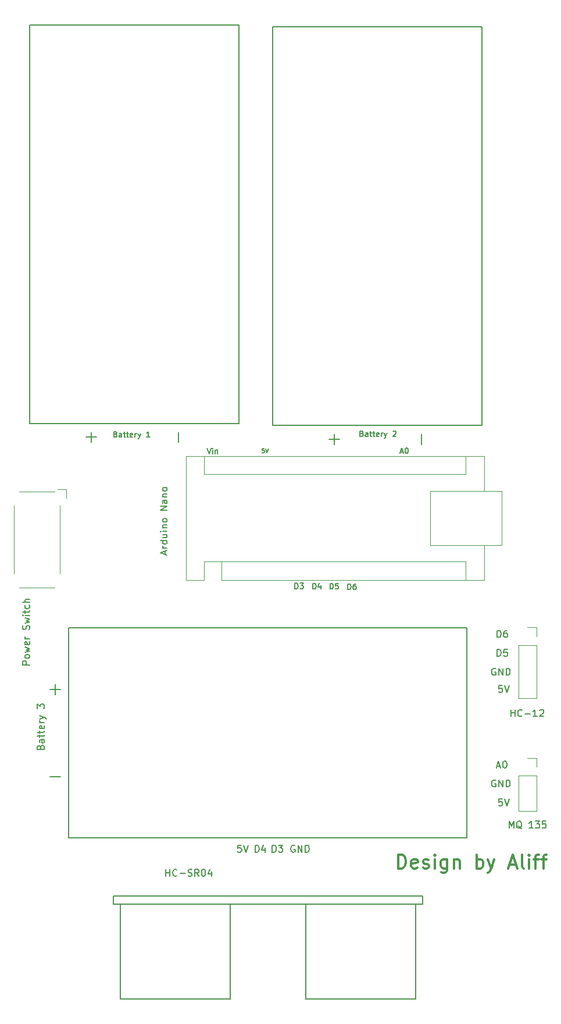
<source format=gto>
%TF.GenerationSoftware,KiCad,Pcbnew,7.0.10*%
%TF.CreationDate,2024-05-29T17:31:35+08:00*%
%TF.ProjectId,toilet_monitoring_unit,746f696c-6574-45f6-9d6f-6e69746f7269,rev?*%
%TF.SameCoordinates,Original*%
%TF.FileFunction,Legend,Top*%
%TF.FilePolarity,Positive*%
%FSLAX46Y46*%
G04 Gerber Fmt 4.6, Leading zero omitted, Abs format (unit mm)*
G04 Created by KiCad (PCBNEW 7.0.10) date 2024-05-29 17:31:35*
%MOMM*%
%LPD*%
G01*
G04 APERTURE LIST*
%ADD10C,0.150000*%
%ADD11C,0.300000*%
%ADD12C,0.120000*%
%ADD13C,0.127000*%
G04 APERTURE END LIST*
D10*
X126880826Y-95450247D02*
X126995112Y-95488342D01*
X126995112Y-95488342D02*
X127033207Y-95526438D01*
X127033207Y-95526438D02*
X127071303Y-95602628D01*
X127071303Y-95602628D02*
X127071303Y-95716914D01*
X127071303Y-95716914D02*
X127033207Y-95793104D01*
X127033207Y-95793104D02*
X126995112Y-95831200D01*
X126995112Y-95831200D02*
X126918922Y-95869295D01*
X126918922Y-95869295D02*
X126614160Y-95869295D01*
X126614160Y-95869295D02*
X126614160Y-95069295D01*
X126614160Y-95069295D02*
X126880826Y-95069295D01*
X126880826Y-95069295D02*
X126957017Y-95107390D01*
X126957017Y-95107390D02*
X126995112Y-95145485D01*
X126995112Y-95145485D02*
X127033207Y-95221676D01*
X127033207Y-95221676D02*
X127033207Y-95297866D01*
X127033207Y-95297866D02*
X126995112Y-95374057D01*
X126995112Y-95374057D02*
X126957017Y-95412152D01*
X126957017Y-95412152D02*
X126880826Y-95450247D01*
X126880826Y-95450247D02*
X126614160Y-95450247D01*
X127757017Y-95869295D02*
X127757017Y-95450247D01*
X127757017Y-95450247D02*
X127718922Y-95374057D01*
X127718922Y-95374057D02*
X127642731Y-95335961D01*
X127642731Y-95335961D02*
X127490350Y-95335961D01*
X127490350Y-95335961D02*
X127414160Y-95374057D01*
X127757017Y-95831200D02*
X127680826Y-95869295D01*
X127680826Y-95869295D02*
X127490350Y-95869295D01*
X127490350Y-95869295D02*
X127414160Y-95831200D01*
X127414160Y-95831200D02*
X127376064Y-95755009D01*
X127376064Y-95755009D02*
X127376064Y-95678819D01*
X127376064Y-95678819D02*
X127414160Y-95602628D01*
X127414160Y-95602628D02*
X127490350Y-95564533D01*
X127490350Y-95564533D02*
X127680826Y-95564533D01*
X127680826Y-95564533D02*
X127757017Y-95526438D01*
X128023684Y-95335961D02*
X128328446Y-95335961D01*
X128137970Y-95069295D02*
X128137970Y-95755009D01*
X128137970Y-95755009D02*
X128176065Y-95831200D01*
X128176065Y-95831200D02*
X128252255Y-95869295D01*
X128252255Y-95869295D02*
X128328446Y-95869295D01*
X128480827Y-95335961D02*
X128785589Y-95335961D01*
X128595113Y-95069295D02*
X128595113Y-95755009D01*
X128595113Y-95755009D02*
X128633208Y-95831200D01*
X128633208Y-95831200D02*
X128709398Y-95869295D01*
X128709398Y-95869295D02*
X128785589Y-95869295D01*
X129357018Y-95831200D02*
X129280827Y-95869295D01*
X129280827Y-95869295D02*
X129128446Y-95869295D01*
X129128446Y-95869295D02*
X129052256Y-95831200D01*
X129052256Y-95831200D02*
X129014160Y-95755009D01*
X129014160Y-95755009D02*
X129014160Y-95450247D01*
X129014160Y-95450247D02*
X129052256Y-95374057D01*
X129052256Y-95374057D02*
X129128446Y-95335961D01*
X129128446Y-95335961D02*
X129280827Y-95335961D01*
X129280827Y-95335961D02*
X129357018Y-95374057D01*
X129357018Y-95374057D02*
X129395113Y-95450247D01*
X129395113Y-95450247D02*
X129395113Y-95526438D01*
X129395113Y-95526438D02*
X129014160Y-95602628D01*
X129737970Y-95869295D02*
X129737970Y-95335961D01*
X129737970Y-95488342D02*
X129776065Y-95412152D01*
X129776065Y-95412152D02*
X129814160Y-95374057D01*
X129814160Y-95374057D02*
X129890351Y-95335961D01*
X129890351Y-95335961D02*
X129966541Y-95335961D01*
X130157017Y-95335961D02*
X130347493Y-95869295D01*
X130537970Y-95335961D02*
X130347493Y-95869295D01*
X130347493Y-95869295D02*
X130271303Y-96059771D01*
X130271303Y-96059771D02*
X130233208Y-96097866D01*
X130233208Y-96097866D02*
X130157017Y-96135961D01*
X131414160Y-95145485D02*
X131452256Y-95107390D01*
X131452256Y-95107390D02*
X131528446Y-95069295D01*
X131528446Y-95069295D02*
X131718922Y-95069295D01*
X131718922Y-95069295D02*
X131795113Y-95107390D01*
X131795113Y-95107390D02*
X131833208Y-95145485D01*
X131833208Y-95145485D02*
X131871303Y-95221676D01*
X131871303Y-95221676D02*
X131871303Y-95297866D01*
X131871303Y-95297866D02*
X131833208Y-95412152D01*
X131833208Y-95412152D02*
X131376065Y-95869295D01*
X131376065Y-95869295D02*
X131871303Y-95869295D01*
X112652255Y-97643771D02*
X112366541Y-97643771D01*
X112366541Y-97643771D02*
X112337969Y-97929485D01*
X112337969Y-97929485D02*
X112366541Y-97900914D01*
X112366541Y-97900914D02*
X112423684Y-97872342D01*
X112423684Y-97872342D02*
X112566541Y-97872342D01*
X112566541Y-97872342D02*
X112623684Y-97900914D01*
X112623684Y-97900914D02*
X112652255Y-97929485D01*
X112652255Y-97929485D02*
X112680826Y-97986628D01*
X112680826Y-97986628D02*
X112680826Y-98129485D01*
X112680826Y-98129485D02*
X112652255Y-98186628D01*
X112652255Y-98186628D02*
X112623684Y-98215200D01*
X112623684Y-98215200D02*
X112566541Y-98243771D01*
X112566541Y-98243771D02*
X112423684Y-98243771D01*
X112423684Y-98243771D02*
X112366541Y-98215200D01*
X112366541Y-98215200D02*
X112337969Y-98186628D01*
X112852255Y-97643771D02*
X113052255Y-98243771D01*
X113052255Y-98243771D02*
X113252255Y-97643771D01*
X91005826Y-95550247D02*
X91120112Y-95588342D01*
X91120112Y-95588342D02*
X91158207Y-95626438D01*
X91158207Y-95626438D02*
X91196303Y-95702628D01*
X91196303Y-95702628D02*
X91196303Y-95816914D01*
X91196303Y-95816914D02*
X91158207Y-95893104D01*
X91158207Y-95893104D02*
X91120112Y-95931200D01*
X91120112Y-95931200D02*
X91043922Y-95969295D01*
X91043922Y-95969295D02*
X90739160Y-95969295D01*
X90739160Y-95969295D02*
X90739160Y-95169295D01*
X90739160Y-95169295D02*
X91005826Y-95169295D01*
X91005826Y-95169295D02*
X91082017Y-95207390D01*
X91082017Y-95207390D02*
X91120112Y-95245485D01*
X91120112Y-95245485D02*
X91158207Y-95321676D01*
X91158207Y-95321676D02*
X91158207Y-95397866D01*
X91158207Y-95397866D02*
X91120112Y-95474057D01*
X91120112Y-95474057D02*
X91082017Y-95512152D01*
X91082017Y-95512152D02*
X91005826Y-95550247D01*
X91005826Y-95550247D02*
X90739160Y-95550247D01*
X91882017Y-95969295D02*
X91882017Y-95550247D01*
X91882017Y-95550247D02*
X91843922Y-95474057D01*
X91843922Y-95474057D02*
X91767731Y-95435961D01*
X91767731Y-95435961D02*
X91615350Y-95435961D01*
X91615350Y-95435961D02*
X91539160Y-95474057D01*
X91882017Y-95931200D02*
X91805826Y-95969295D01*
X91805826Y-95969295D02*
X91615350Y-95969295D01*
X91615350Y-95969295D02*
X91539160Y-95931200D01*
X91539160Y-95931200D02*
X91501064Y-95855009D01*
X91501064Y-95855009D02*
X91501064Y-95778819D01*
X91501064Y-95778819D02*
X91539160Y-95702628D01*
X91539160Y-95702628D02*
X91615350Y-95664533D01*
X91615350Y-95664533D02*
X91805826Y-95664533D01*
X91805826Y-95664533D02*
X91882017Y-95626438D01*
X92148684Y-95435961D02*
X92453446Y-95435961D01*
X92262970Y-95169295D02*
X92262970Y-95855009D01*
X92262970Y-95855009D02*
X92301065Y-95931200D01*
X92301065Y-95931200D02*
X92377255Y-95969295D01*
X92377255Y-95969295D02*
X92453446Y-95969295D01*
X92605827Y-95435961D02*
X92910589Y-95435961D01*
X92720113Y-95169295D02*
X92720113Y-95855009D01*
X92720113Y-95855009D02*
X92758208Y-95931200D01*
X92758208Y-95931200D02*
X92834398Y-95969295D01*
X92834398Y-95969295D02*
X92910589Y-95969295D01*
X93482018Y-95931200D02*
X93405827Y-95969295D01*
X93405827Y-95969295D02*
X93253446Y-95969295D01*
X93253446Y-95969295D02*
X93177256Y-95931200D01*
X93177256Y-95931200D02*
X93139160Y-95855009D01*
X93139160Y-95855009D02*
X93139160Y-95550247D01*
X93139160Y-95550247D02*
X93177256Y-95474057D01*
X93177256Y-95474057D02*
X93253446Y-95435961D01*
X93253446Y-95435961D02*
X93405827Y-95435961D01*
X93405827Y-95435961D02*
X93482018Y-95474057D01*
X93482018Y-95474057D02*
X93520113Y-95550247D01*
X93520113Y-95550247D02*
X93520113Y-95626438D01*
X93520113Y-95626438D02*
X93139160Y-95702628D01*
X93862970Y-95969295D02*
X93862970Y-95435961D01*
X93862970Y-95588342D02*
X93901065Y-95512152D01*
X93901065Y-95512152D02*
X93939160Y-95474057D01*
X93939160Y-95474057D02*
X94015351Y-95435961D01*
X94015351Y-95435961D02*
X94091541Y-95435961D01*
X94282017Y-95435961D02*
X94472493Y-95969295D01*
X94662970Y-95435961D02*
X94472493Y-95969295D01*
X94472493Y-95969295D02*
X94396303Y-96159771D01*
X94396303Y-96159771D02*
X94358208Y-96197866D01*
X94358208Y-96197866D02*
X94282017Y-96235961D01*
X95996303Y-95969295D02*
X95539160Y-95969295D01*
X95767732Y-95969295D02*
X95767732Y-95169295D01*
X95767732Y-95169295D02*
X95691541Y-95283580D01*
X95691541Y-95283580D02*
X95615351Y-95359771D01*
X95615351Y-95359771D02*
X95539160Y-95397866D01*
X98234104Y-113010839D02*
X98234104Y-112534649D01*
X98519819Y-113106077D02*
X97519819Y-112772744D01*
X97519819Y-112772744D02*
X98519819Y-112439411D01*
X98519819Y-112106077D02*
X97853152Y-112106077D01*
X98043628Y-112106077D02*
X97948390Y-112058458D01*
X97948390Y-112058458D02*
X97900771Y-112010839D01*
X97900771Y-112010839D02*
X97853152Y-111915601D01*
X97853152Y-111915601D02*
X97853152Y-111820363D01*
X98519819Y-111058458D02*
X97519819Y-111058458D01*
X98472200Y-111058458D02*
X98519819Y-111153696D01*
X98519819Y-111153696D02*
X98519819Y-111344172D01*
X98519819Y-111344172D02*
X98472200Y-111439410D01*
X98472200Y-111439410D02*
X98424580Y-111487029D01*
X98424580Y-111487029D02*
X98329342Y-111534648D01*
X98329342Y-111534648D02*
X98043628Y-111534648D01*
X98043628Y-111534648D02*
X97948390Y-111487029D01*
X97948390Y-111487029D02*
X97900771Y-111439410D01*
X97900771Y-111439410D02*
X97853152Y-111344172D01*
X97853152Y-111344172D02*
X97853152Y-111153696D01*
X97853152Y-111153696D02*
X97900771Y-111058458D01*
X97853152Y-110153696D02*
X98519819Y-110153696D01*
X97853152Y-110582267D02*
X98376961Y-110582267D01*
X98376961Y-110582267D02*
X98472200Y-110534648D01*
X98472200Y-110534648D02*
X98519819Y-110439410D01*
X98519819Y-110439410D02*
X98519819Y-110296553D01*
X98519819Y-110296553D02*
X98472200Y-110201315D01*
X98472200Y-110201315D02*
X98424580Y-110153696D01*
X98519819Y-109677505D02*
X97853152Y-109677505D01*
X97519819Y-109677505D02*
X97567438Y-109725124D01*
X97567438Y-109725124D02*
X97615057Y-109677505D01*
X97615057Y-109677505D02*
X97567438Y-109629886D01*
X97567438Y-109629886D02*
X97519819Y-109677505D01*
X97519819Y-109677505D02*
X97615057Y-109677505D01*
X97853152Y-109201315D02*
X98519819Y-109201315D01*
X97948390Y-109201315D02*
X97900771Y-109153696D01*
X97900771Y-109153696D02*
X97853152Y-109058458D01*
X97853152Y-109058458D02*
X97853152Y-108915601D01*
X97853152Y-108915601D02*
X97900771Y-108820363D01*
X97900771Y-108820363D02*
X97996009Y-108772744D01*
X97996009Y-108772744D02*
X98519819Y-108772744D01*
X98519819Y-108153696D02*
X98472200Y-108248934D01*
X98472200Y-108248934D02*
X98424580Y-108296553D01*
X98424580Y-108296553D02*
X98329342Y-108344172D01*
X98329342Y-108344172D02*
X98043628Y-108344172D01*
X98043628Y-108344172D02*
X97948390Y-108296553D01*
X97948390Y-108296553D02*
X97900771Y-108248934D01*
X97900771Y-108248934D02*
X97853152Y-108153696D01*
X97853152Y-108153696D02*
X97853152Y-108010839D01*
X97853152Y-108010839D02*
X97900771Y-107915601D01*
X97900771Y-107915601D02*
X97948390Y-107867982D01*
X97948390Y-107867982D02*
X98043628Y-107820363D01*
X98043628Y-107820363D02*
X98329342Y-107820363D01*
X98329342Y-107820363D02*
X98424580Y-107867982D01*
X98424580Y-107867982D02*
X98472200Y-107915601D01*
X98472200Y-107915601D02*
X98519819Y-108010839D01*
X98519819Y-108010839D02*
X98519819Y-108153696D01*
X98519819Y-106629886D02*
X97519819Y-106629886D01*
X97519819Y-106629886D02*
X98519819Y-106058458D01*
X98519819Y-106058458D02*
X97519819Y-106058458D01*
X98519819Y-105153696D02*
X97996009Y-105153696D01*
X97996009Y-105153696D02*
X97900771Y-105201315D01*
X97900771Y-105201315D02*
X97853152Y-105296553D01*
X97853152Y-105296553D02*
X97853152Y-105487029D01*
X97853152Y-105487029D02*
X97900771Y-105582267D01*
X98472200Y-105153696D02*
X98519819Y-105248934D01*
X98519819Y-105248934D02*
X98519819Y-105487029D01*
X98519819Y-105487029D02*
X98472200Y-105582267D01*
X98472200Y-105582267D02*
X98376961Y-105629886D01*
X98376961Y-105629886D02*
X98281723Y-105629886D01*
X98281723Y-105629886D02*
X98186485Y-105582267D01*
X98186485Y-105582267D02*
X98138866Y-105487029D01*
X98138866Y-105487029D02*
X98138866Y-105248934D01*
X98138866Y-105248934D02*
X98091247Y-105153696D01*
X97853152Y-104677505D02*
X98519819Y-104677505D01*
X97948390Y-104677505D02*
X97900771Y-104629886D01*
X97900771Y-104629886D02*
X97853152Y-104534648D01*
X97853152Y-104534648D02*
X97853152Y-104391791D01*
X97853152Y-104391791D02*
X97900771Y-104296553D01*
X97900771Y-104296553D02*
X97996009Y-104248934D01*
X97996009Y-104248934D02*
X98519819Y-104248934D01*
X98519819Y-103629886D02*
X98472200Y-103725124D01*
X98472200Y-103725124D02*
X98424580Y-103772743D01*
X98424580Y-103772743D02*
X98329342Y-103820362D01*
X98329342Y-103820362D02*
X98043628Y-103820362D01*
X98043628Y-103820362D02*
X97948390Y-103772743D01*
X97948390Y-103772743D02*
X97900771Y-103725124D01*
X97900771Y-103725124D02*
X97853152Y-103629886D01*
X97853152Y-103629886D02*
X97853152Y-103487029D01*
X97853152Y-103487029D02*
X97900771Y-103391791D01*
X97900771Y-103391791D02*
X97948390Y-103344172D01*
X97948390Y-103344172D02*
X98043628Y-103296553D01*
X98043628Y-103296553D02*
X98329342Y-103296553D01*
X98329342Y-103296553D02*
X98424580Y-103344172D01*
X98424580Y-103344172D02*
X98472200Y-103391791D01*
X98472200Y-103391791D02*
X98519819Y-103487029D01*
X98519819Y-103487029D02*
X98519819Y-103629886D01*
X146586779Y-125119819D02*
X146586779Y-124119819D01*
X146586779Y-124119819D02*
X146824874Y-124119819D01*
X146824874Y-124119819D02*
X146967731Y-124167438D01*
X146967731Y-124167438D02*
X147062969Y-124262676D01*
X147062969Y-124262676D02*
X147110588Y-124357914D01*
X147110588Y-124357914D02*
X147158207Y-124548390D01*
X147158207Y-124548390D02*
X147158207Y-124691247D01*
X147158207Y-124691247D02*
X147110588Y-124881723D01*
X147110588Y-124881723D02*
X147062969Y-124976961D01*
X147062969Y-124976961D02*
X146967731Y-125072200D01*
X146967731Y-125072200D02*
X146824874Y-125119819D01*
X146824874Y-125119819D02*
X146586779Y-125119819D01*
X148015350Y-124119819D02*
X147824874Y-124119819D01*
X147824874Y-124119819D02*
X147729636Y-124167438D01*
X147729636Y-124167438D02*
X147682017Y-124215057D01*
X147682017Y-124215057D02*
X147586779Y-124357914D01*
X147586779Y-124357914D02*
X147539160Y-124548390D01*
X147539160Y-124548390D02*
X147539160Y-124929342D01*
X147539160Y-124929342D02*
X147586779Y-125024580D01*
X147586779Y-125024580D02*
X147634398Y-125072200D01*
X147634398Y-125072200D02*
X147729636Y-125119819D01*
X147729636Y-125119819D02*
X147920112Y-125119819D01*
X147920112Y-125119819D02*
X148015350Y-125072200D01*
X148015350Y-125072200D02*
X148062969Y-125024580D01*
X148062969Y-125024580D02*
X148110588Y-124929342D01*
X148110588Y-124929342D02*
X148110588Y-124691247D01*
X148110588Y-124691247D02*
X148062969Y-124596009D01*
X148062969Y-124596009D02*
X148015350Y-124548390D01*
X148015350Y-124548390D02*
X147920112Y-124500771D01*
X147920112Y-124500771D02*
X147729636Y-124500771D01*
X147729636Y-124500771D02*
X147634398Y-124548390D01*
X147634398Y-124548390D02*
X147586779Y-124596009D01*
X147586779Y-124596009D02*
X147539160Y-124691247D01*
D11*
X132173558Y-158739638D02*
X132173558Y-156739638D01*
X132173558Y-156739638D02*
X132649748Y-156739638D01*
X132649748Y-156739638D02*
X132935463Y-156834876D01*
X132935463Y-156834876D02*
X133125939Y-157025352D01*
X133125939Y-157025352D02*
X133221177Y-157215828D01*
X133221177Y-157215828D02*
X133316415Y-157596780D01*
X133316415Y-157596780D02*
X133316415Y-157882495D01*
X133316415Y-157882495D02*
X133221177Y-158263447D01*
X133221177Y-158263447D02*
X133125939Y-158453923D01*
X133125939Y-158453923D02*
X132935463Y-158644400D01*
X132935463Y-158644400D02*
X132649748Y-158739638D01*
X132649748Y-158739638D02*
X132173558Y-158739638D01*
X134935463Y-158644400D02*
X134744987Y-158739638D01*
X134744987Y-158739638D02*
X134364034Y-158739638D01*
X134364034Y-158739638D02*
X134173558Y-158644400D01*
X134173558Y-158644400D02*
X134078320Y-158453923D01*
X134078320Y-158453923D02*
X134078320Y-157692019D01*
X134078320Y-157692019D02*
X134173558Y-157501542D01*
X134173558Y-157501542D02*
X134364034Y-157406304D01*
X134364034Y-157406304D02*
X134744987Y-157406304D01*
X134744987Y-157406304D02*
X134935463Y-157501542D01*
X134935463Y-157501542D02*
X135030701Y-157692019D01*
X135030701Y-157692019D02*
X135030701Y-157882495D01*
X135030701Y-157882495D02*
X134078320Y-158072971D01*
X135792606Y-158644400D02*
X135983082Y-158739638D01*
X135983082Y-158739638D02*
X136364034Y-158739638D01*
X136364034Y-158739638D02*
X136554511Y-158644400D01*
X136554511Y-158644400D02*
X136649749Y-158453923D01*
X136649749Y-158453923D02*
X136649749Y-158358685D01*
X136649749Y-158358685D02*
X136554511Y-158168209D01*
X136554511Y-158168209D02*
X136364034Y-158072971D01*
X136364034Y-158072971D02*
X136078320Y-158072971D01*
X136078320Y-158072971D02*
X135887844Y-157977733D01*
X135887844Y-157977733D02*
X135792606Y-157787257D01*
X135792606Y-157787257D02*
X135792606Y-157692019D01*
X135792606Y-157692019D02*
X135887844Y-157501542D01*
X135887844Y-157501542D02*
X136078320Y-157406304D01*
X136078320Y-157406304D02*
X136364034Y-157406304D01*
X136364034Y-157406304D02*
X136554511Y-157501542D01*
X137506892Y-158739638D02*
X137506892Y-157406304D01*
X137506892Y-156739638D02*
X137411654Y-156834876D01*
X137411654Y-156834876D02*
X137506892Y-156930114D01*
X137506892Y-156930114D02*
X137602130Y-156834876D01*
X137602130Y-156834876D02*
X137506892Y-156739638D01*
X137506892Y-156739638D02*
X137506892Y-156930114D01*
X139316416Y-157406304D02*
X139316416Y-159025352D01*
X139316416Y-159025352D02*
X139221178Y-159215828D01*
X139221178Y-159215828D02*
X139125940Y-159311066D01*
X139125940Y-159311066D02*
X138935463Y-159406304D01*
X138935463Y-159406304D02*
X138649749Y-159406304D01*
X138649749Y-159406304D02*
X138459273Y-159311066D01*
X139316416Y-158644400D02*
X139125940Y-158739638D01*
X139125940Y-158739638D02*
X138744987Y-158739638D01*
X138744987Y-158739638D02*
X138554511Y-158644400D01*
X138554511Y-158644400D02*
X138459273Y-158549161D01*
X138459273Y-158549161D02*
X138364035Y-158358685D01*
X138364035Y-158358685D02*
X138364035Y-157787257D01*
X138364035Y-157787257D02*
X138459273Y-157596780D01*
X138459273Y-157596780D02*
X138554511Y-157501542D01*
X138554511Y-157501542D02*
X138744987Y-157406304D01*
X138744987Y-157406304D02*
X139125940Y-157406304D01*
X139125940Y-157406304D02*
X139316416Y-157501542D01*
X140268797Y-157406304D02*
X140268797Y-158739638D01*
X140268797Y-157596780D02*
X140364035Y-157501542D01*
X140364035Y-157501542D02*
X140554511Y-157406304D01*
X140554511Y-157406304D02*
X140840226Y-157406304D01*
X140840226Y-157406304D02*
X141030702Y-157501542D01*
X141030702Y-157501542D02*
X141125940Y-157692019D01*
X141125940Y-157692019D02*
X141125940Y-158739638D01*
X143602131Y-158739638D02*
X143602131Y-156739638D01*
X143602131Y-157501542D02*
X143792607Y-157406304D01*
X143792607Y-157406304D02*
X144173560Y-157406304D01*
X144173560Y-157406304D02*
X144364036Y-157501542D01*
X144364036Y-157501542D02*
X144459274Y-157596780D01*
X144459274Y-157596780D02*
X144554512Y-157787257D01*
X144554512Y-157787257D02*
X144554512Y-158358685D01*
X144554512Y-158358685D02*
X144459274Y-158549161D01*
X144459274Y-158549161D02*
X144364036Y-158644400D01*
X144364036Y-158644400D02*
X144173560Y-158739638D01*
X144173560Y-158739638D02*
X143792607Y-158739638D01*
X143792607Y-158739638D02*
X143602131Y-158644400D01*
X145221179Y-157406304D02*
X145697369Y-158739638D01*
X146173560Y-157406304D02*
X145697369Y-158739638D01*
X145697369Y-158739638D02*
X145506893Y-159215828D01*
X145506893Y-159215828D02*
X145411655Y-159311066D01*
X145411655Y-159311066D02*
X145221179Y-159406304D01*
X148364037Y-158168209D02*
X149316418Y-158168209D01*
X148173561Y-158739638D02*
X148840227Y-156739638D01*
X148840227Y-156739638D02*
X149506894Y-158739638D01*
X150459275Y-158739638D02*
X150268799Y-158644400D01*
X150268799Y-158644400D02*
X150173561Y-158453923D01*
X150173561Y-158453923D02*
X150173561Y-156739638D01*
X151221180Y-158739638D02*
X151221180Y-157406304D01*
X151221180Y-156739638D02*
X151125942Y-156834876D01*
X151125942Y-156834876D02*
X151221180Y-156930114D01*
X151221180Y-156930114D02*
X151316418Y-156834876D01*
X151316418Y-156834876D02*
X151221180Y-156739638D01*
X151221180Y-156739638D02*
X151221180Y-156930114D01*
X151887847Y-157406304D02*
X152649751Y-157406304D01*
X152173561Y-158739638D02*
X152173561Y-157025352D01*
X152173561Y-157025352D02*
X152268799Y-156834876D01*
X152268799Y-156834876D02*
X152459275Y-156739638D01*
X152459275Y-156739638D02*
X152649751Y-156739638D01*
X153030704Y-157406304D02*
X153792608Y-157406304D01*
X153316418Y-158739638D02*
X153316418Y-157025352D01*
X153316418Y-157025352D02*
X153411656Y-156834876D01*
X153411656Y-156834876D02*
X153602132Y-156739638D01*
X153602132Y-156739638D02*
X153792608Y-156739638D01*
D10*
X146360588Y-129667438D02*
X146265350Y-129619819D01*
X146265350Y-129619819D02*
X146122493Y-129619819D01*
X146122493Y-129619819D02*
X145979636Y-129667438D01*
X145979636Y-129667438D02*
X145884398Y-129762676D01*
X145884398Y-129762676D02*
X145836779Y-129857914D01*
X145836779Y-129857914D02*
X145789160Y-130048390D01*
X145789160Y-130048390D02*
X145789160Y-130191247D01*
X145789160Y-130191247D02*
X145836779Y-130381723D01*
X145836779Y-130381723D02*
X145884398Y-130476961D01*
X145884398Y-130476961D02*
X145979636Y-130572200D01*
X145979636Y-130572200D02*
X146122493Y-130619819D01*
X146122493Y-130619819D02*
X146217731Y-130619819D01*
X146217731Y-130619819D02*
X146360588Y-130572200D01*
X146360588Y-130572200D02*
X146408207Y-130524580D01*
X146408207Y-130524580D02*
X146408207Y-130191247D01*
X146408207Y-130191247D02*
X146217731Y-130191247D01*
X146836779Y-130619819D02*
X146836779Y-129619819D01*
X146836779Y-129619819D02*
X147408207Y-130619819D01*
X147408207Y-130619819D02*
X147408207Y-129619819D01*
X147884398Y-130619819D02*
X147884398Y-129619819D01*
X147884398Y-129619819D02*
X148122493Y-129619819D01*
X148122493Y-129619819D02*
X148265350Y-129667438D01*
X148265350Y-129667438D02*
X148360588Y-129762676D01*
X148360588Y-129762676D02*
X148408207Y-129857914D01*
X148408207Y-129857914D02*
X148455826Y-130048390D01*
X148455826Y-130048390D02*
X148455826Y-130191247D01*
X148455826Y-130191247D02*
X148408207Y-130381723D01*
X148408207Y-130381723D02*
X148360588Y-130476961D01*
X148360588Y-130476961D02*
X148265350Y-130572200D01*
X148265350Y-130572200D02*
X148122493Y-130619819D01*
X148122493Y-130619819D02*
X147884398Y-130619819D01*
X146586779Y-127869819D02*
X146586779Y-126869819D01*
X146586779Y-126869819D02*
X146824874Y-126869819D01*
X146824874Y-126869819D02*
X146967731Y-126917438D01*
X146967731Y-126917438D02*
X147062969Y-127012676D01*
X147062969Y-127012676D02*
X147110588Y-127107914D01*
X147110588Y-127107914D02*
X147158207Y-127298390D01*
X147158207Y-127298390D02*
X147158207Y-127441247D01*
X147158207Y-127441247D02*
X147110588Y-127631723D01*
X147110588Y-127631723D02*
X147062969Y-127726961D01*
X147062969Y-127726961D02*
X146967731Y-127822200D01*
X146967731Y-127822200D02*
X146824874Y-127869819D01*
X146824874Y-127869819D02*
X146586779Y-127869819D01*
X148062969Y-126869819D02*
X147586779Y-126869819D01*
X147586779Y-126869819D02*
X147539160Y-127346009D01*
X147539160Y-127346009D02*
X147586779Y-127298390D01*
X147586779Y-127298390D02*
X147682017Y-127250771D01*
X147682017Y-127250771D02*
X147920112Y-127250771D01*
X147920112Y-127250771D02*
X148015350Y-127298390D01*
X148015350Y-127298390D02*
X148062969Y-127346009D01*
X148062969Y-127346009D02*
X148110588Y-127441247D01*
X148110588Y-127441247D02*
X148110588Y-127679342D01*
X148110588Y-127679342D02*
X148062969Y-127774580D01*
X148062969Y-127774580D02*
X148015350Y-127822200D01*
X148015350Y-127822200D02*
X147920112Y-127869819D01*
X147920112Y-127869819D02*
X147682017Y-127869819D01*
X147682017Y-127869819D02*
X147586779Y-127822200D01*
X147586779Y-127822200D02*
X147539160Y-127774580D01*
X117139160Y-118044295D02*
X117139160Y-117244295D01*
X117139160Y-117244295D02*
X117329636Y-117244295D01*
X117329636Y-117244295D02*
X117443922Y-117282390D01*
X117443922Y-117282390D02*
X117520112Y-117358580D01*
X117520112Y-117358580D02*
X117558207Y-117434771D01*
X117558207Y-117434771D02*
X117596303Y-117587152D01*
X117596303Y-117587152D02*
X117596303Y-117701438D01*
X117596303Y-117701438D02*
X117558207Y-117853819D01*
X117558207Y-117853819D02*
X117520112Y-117930009D01*
X117520112Y-117930009D02*
X117443922Y-118006200D01*
X117443922Y-118006200D02*
X117329636Y-118044295D01*
X117329636Y-118044295D02*
X117139160Y-118044295D01*
X117862969Y-117244295D02*
X118358207Y-117244295D01*
X118358207Y-117244295D02*
X118091541Y-117549057D01*
X118091541Y-117549057D02*
X118205826Y-117549057D01*
X118205826Y-117549057D02*
X118282017Y-117587152D01*
X118282017Y-117587152D02*
X118320112Y-117625247D01*
X118320112Y-117625247D02*
X118358207Y-117701438D01*
X118358207Y-117701438D02*
X118358207Y-117891914D01*
X118358207Y-117891914D02*
X118320112Y-117968104D01*
X118320112Y-117968104D02*
X118282017Y-118006200D01*
X118282017Y-118006200D02*
X118205826Y-118044295D01*
X118205826Y-118044295D02*
X117977255Y-118044295D01*
X117977255Y-118044295D02*
X117901064Y-118006200D01*
X117901064Y-118006200D02*
X117862969Y-117968104D01*
X146539160Y-143834104D02*
X147015350Y-143834104D01*
X146443922Y-144119819D02*
X146777255Y-143119819D01*
X146777255Y-143119819D02*
X147110588Y-144119819D01*
X147634398Y-143119819D02*
X147729636Y-143119819D01*
X147729636Y-143119819D02*
X147824874Y-143167438D01*
X147824874Y-143167438D02*
X147872493Y-143215057D01*
X147872493Y-143215057D02*
X147920112Y-143310295D01*
X147920112Y-143310295D02*
X147967731Y-143500771D01*
X147967731Y-143500771D02*
X147967731Y-143738866D01*
X147967731Y-143738866D02*
X147920112Y-143929342D01*
X147920112Y-143929342D02*
X147872493Y-144024580D01*
X147872493Y-144024580D02*
X147824874Y-144072200D01*
X147824874Y-144072200D02*
X147729636Y-144119819D01*
X147729636Y-144119819D02*
X147634398Y-144119819D01*
X147634398Y-144119819D02*
X147539160Y-144072200D01*
X147539160Y-144072200D02*
X147491541Y-144024580D01*
X147491541Y-144024580D02*
X147443922Y-143929342D01*
X147443922Y-143929342D02*
X147396303Y-143738866D01*
X147396303Y-143738866D02*
X147396303Y-143500771D01*
X147396303Y-143500771D02*
X147443922Y-143310295D01*
X147443922Y-143310295D02*
X147491541Y-143215057D01*
X147491541Y-143215057D02*
X147539160Y-143167438D01*
X147539160Y-143167438D02*
X147634398Y-143119819D01*
X119739160Y-118069295D02*
X119739160Y-117269295D01*
X119739160Y-117269295D02*
X119929636Y-117269295D01*
X119929636Y-117269295D02*
X120043922Y-117307390D01*
X120043922Y-117307390D02*
X120120112Y-117383580D01*
X120120112Y-117383580D02*
X120158207Y-117459771D01*
X120158207Y-117459771D02*
X120196303Y-117612152D01*
X120196303Y-117612152D02*
X120196303Y-117726438D01*
X120196303Y-117726438D02*
X120158207Y-117878819D01*
X120158207Y-117878819D02*
X120120112Y-117955009D01*
X120120112Y-117955009D02*
X120043922Y-118031200D01*
X120043922Y-118031200D02*
X119929636Y-118069295D01*
X119929636Y-118069295D02*
X119739160Y-118069295D01*
X120882017Y-117535961D02*
X120882017Y-118069295D01*
X120691541Y-117231200D02*
X120501064Y-117802628D01*
X120501064Y-117802628D02*
X120996303Y-117802628D01*
X109312969Y-155369819D02*
X108836779Y-155369819D01*
X108836779Y-155369819D02*
X108789160Y-155846009D01*
X108789160Y-155846009D02*
X108836779Y-155798390D01*
X108836779Y-155798390D02*
X108932017Y-155750771D01*
X108932017Y-155750771D02*
X109170112Y-155750771D01*
X109170112Y-155750771D02*
X109265350Y-155798390D01*
X109265350Y-155798390D02*
X109312969Y-155846009D01*
X109312969Y-155846009D02*
X109360588Y-155941247D01*
X109360588Y-155941247D02*
X109360588Y-156179342D01*
X109360588Y-156179342D02*
X109312969Y-156274580D01*
X109312969Y-156274580D02*
X109265350Y-156322200D01*
X109265350Y-156322200D02*
X109170112Y-156369819D01*
X109170112Y-156369819D02*
X108932017Y-156369819D01*
X108932017Y-156369819D02*
X108836779Y-156322200D01*
X108836779Y-156322200D02*
X108789160Y-156274580D01*
X109646303Y-155369819D02*
X109979636Y-156369819D01*
X109979636Y-156369819D02*
X110312969Y-155369819D01*
X80096009Y-141079887D02*
X80143628Y-140937030D01*
X80143628Y-140937030D02*
X80191247Y-140889411D01*
X80191247Y-140889411D02*
X80286485Y-140841792D01*
X80286485Y-140841792D02*
X80429342Y-140841792D01*
X80429342Y-140841792D02*
X80524580Y-140889411D01*
X80524580Y-140889411D02*
X80572200Y-140937030D01*
X80572200Y-140937030D02*
X80619819Y-141032268D01*
X80619819Y-141032268D02*
X80619819Y-141413220D01*
X80619819Y-141413220D02*
X79619819Y-141413220D01*
X79619819Y-141413220D02*
X79619819Y-141079887D01*
X79619819Y-141079887D02*
X79667438Y-140984649D01*
X79667438Y-140984649D02*
X79715057Y-140937030D01*
X79715057Y-140937030D02*
X79810295Y-140889411D01*
X79810295Y-140889411D02*
X79905533Y-140889411D01*
X79905533Y-140889411D02*
X80000771Y-140937030D01*
X80000771Y-140937030D02*
X80048390Y-140984649D01*
X80048390Y-140984649D02*
X80096009Y-141079887D01*
X80096009Y-141079887D02*
X80096009Y-141413220D01*
X80619819Y-139984649D02*
X80096009Y-139984649D01*
X80096009Y-139984649D02*
X80000771Y-140032268D01*
X80000771Y-140032268D02*
X79953152Y-140127506D01*
X79953152Y-140127506D02*
X79953152Y-140317982D01*
X79953152Y-140317982D02*
X80000771Y-140413220D01*
X80572200Y-139984649D02*
X80619819Y-140079887D01*
X80619819Y-140079887D02*
X80619819Y-140317982D01*
X80619819Y-140317982D02*
X80572200Y-140413220D01*
X80572200Y-140413220D02*
X80476961Y-140460839D01*
X80476961Y-140460839D02*
X80381723Y-140460839D01*
X80381723Y-140460839D02*
X80286485Y-140413220D01*
X80286485Y-140413220D02*
X80238866Y-140317982D01*
X80238866Y-140317982D02*
X80238866Y-140079887D01*
X80238866Y-140079887D02*
X80191247Y-139984649D01*
X79953152Y-139651315D02*
X79953152Y-139270363D01*
X79619819Y-139508458D02*
X80476961Y-139508458D01*
X80476961Y-139508458D02*
X80572200Y-139460839D01*
X80572200Y-139460839D02*
X80619819Y-139365601D01*
X80619819Y-139365601D02*
X80619819Y-139270363D01*
X79953152Y-139079886D02*
X79953152Y-138698934D01*
X79619819Y-138937029D02*
X80476961Y-138937029D01*
X80476961Y-138937029D02*
X80572200Y-138889410D01*
X80572200Y-138889410D02*
X80619819Y-138794172D01*
X80619819Y-138794172D02*
X80619819Y-138698934D01*
X80572200Y-137984648D02*
X80619819Y-138079886D01*
X80619819Y-138079886D02*
X80619819Y-138270362D01*
X80619819Y-138270362D02*
X80572200Y-138365600D01*
X80572200Y-138365600D02*
X80476961Y-138413219D01*
X80476961Y-138413219D02*
X80096009Y-138413219D01*
X80096009Y-138413219D02*
X80000771Y-138365600D01*
X80000771Y-138365600D02*
X79953152Y-138270362D01*
X79953152Y-138270362D02*
X79953152Y-138079886D01*
X79953152Y-138079886D02*
X80000771Y-137984648D01*
X80000771Y-137984648D02*
X80096009Y-137937029D01*
X80096009Y-137937029D02*
X80191247Y-137937029D01*
X80191247Y-137937029D02*
X80286485Y-138413219D01*
X80619819Y-137508457D02*
X79953152Y-137508457D01*
X80143628Y-137508457D02*
X80048390Y-137460838D01*
X80048390Y-137460838D02*
X80000771Y-137413219D01*
X80000771Y-137413219D02*
X79953152Y-137317981D01*
X79953152Y-137317981D02*
X79953152Y-137222743D01*
X79953152Y-136984647D02*
X80619819Y-136746552D01*
X79953152Y-136508457D02*
X80619819Y-136746552D01*
X80619819Y-136746552D02*
X80857914Y-136841790D01*
X80857914Y-136841790D02*
X80905533Y-136889409D01*
X80905533Y-136889409D02*
X80953152Y-136984647D01*
X79619819Y-135460837D02*
X79619819Y-134841790D01*
X79619819Y-134841790D02*
X80000771Y-135175123D01*
X80000771Y-135175123D02*
X80000771Y-135032266D01*
X80000771Y-135032266D02*
X80048390Y-134937028D01*
X80048390Y-134937028D02*
X80096009Y-134889409D01*
X80096009Y-134889409D02*
X80191247Y-134841790D01*
X80191247Y-134841790D02*
X80429342Y-134841790D01*
X80429342Y-134841790D02*
X80524580Y-134889409D01*
X80524580Y-134889409D02*
X80572200Y-134937028D01*
X80572200Y-134937028D02*
X80619819Y-135032266D01*
X80619819Y-135032266D02*
X80619819Y-135317980D01*
X80619819Y-135317980D02*
X80572200Y-135413218D01*
X80572200Y-135413218D02*
X80524580Y-135460837D01*
X111336779Y-156369819D02*
X111336779Y-155369819D01*
X111336779Y-155369819D02*
X111574874Y-155369819D01*
X111574874Y-155369819D02*
X111717731Y-155417438D01*
X111717731Y-155417438D02*
X111812969Y-155512676D01*
X111812969Y-155512676D02*
X111860588Y-155607914D01*
X111860588Y-155607914D02*
X111908207Y-155798390D01*
X111908207Y-155798390D02*
X111908207Y-155941247D01*
X111908207Y-155941247D02*
X111860588Y-156131723D01*
X111860588Y-156131723D02*
X111812969Y-156226961D01*
X111812969Y-156226961D02*
X111717731Y-156322200D01*
X111717731Y-156322200D02*
X111574874Y-156369819D01*
X111574874Y-156369819D02*
X111336779Y-156369819D01*
X112765350Y-155703152D02*
X112765350Y-156369819D01*
X112527255Y-155322200D02*
X112289160Y-156036485D01*
X112289160Y-156036485D02*
X112908207Y-156036485D01*
X117110588Y-155417438D02*
X117015350Y-155369819D01*
X117015350Y-155369819D02*
X116872493Y-155369819D01*
X116872493Y-155369819D02*
X116729636Y-155417438D01*
X116729636Y-155417438D02*
X116634398Y-155512676D01*
X116634398Y-155512676D02*
X116586779Y-155607914D01*
X116586779Y-155607914D02*
X116539160Y-155798390D01*
X116539160Y-155798390D02*
X116539160Y-155941247D01*
X116539160Y-155941247D02*
X116586779Y-156131723D01*
X116586779Y-156131723D02*
X116634398Y-156226961D01*
X116634398Y-156226961D02*
X116729636Y-156322200D01*
X116729636Y-156322200D02*
X116872493Y-156369819D01*
X116872493Y-156369819D02*
X116967731Y-156369819D01*
X116967731Y-156369819D02*
X117110588Y-156322200D01*
X117110588Y-156322200D02*
X117158207Y-156274580D01*
X117158207Y-156274580D02*
X117158207Y-155941247D01*
X117158207Y-155941247D02*
X116967731Y-155941247D01*
X117586779Y-156369819D02*
X117586779Y-155369819D01*
X117586779Y-155369819D02*
X118158207Y-156369819D01*
X118158207Y-156369819D02*
X118158207Y-155369819D01*
X118634398Y-156369819D02*
X118634398Y-155369819D01*
X118634398Y-155369819D02*
X118872493Y-155369819D01*
X118872493Y-155369819D02*
X119015350Y-155417438D01*
X119015350Y-155417438D02*
X119110588Y-155512676D01*
X119110588Y-155512676D02*
X119158207Y-155607914D01*
X119158207Y-155607914D02*
X119205826Y-155798390D01*
X119205826Y-155798390D02*
X119205826Y-155941247D01*
X119205826Y-155941247D02*
X119158207Y-156131723D01*
X119158207Y-156131723D02*
X119110588Y-156226961D01*
X119110588Y-156226961D02*
X119015350Y-156322200D01*
X119015350Y-156322200D02*
X118872493Y-156369819D01*
X118872493Y-156369819D02*
X118634398Y-156369819D01*
X147312969Y-148619819D02*
X146836779Y-148619819D01*
X146836779Y-148619819D02*
X146789160Y-149096009D01*
X146789160Y-149096009D02*
X146836779Y-149048390D01*
X146836779Y-149048390D02*
X146932017Y-149000771D01*
X146932017Y-149000771D02*
X147170112Y-149000771D01*
X147170112Y-149000771D02*
X147265350Y-149048390D01*
X147265350Y-149048390D02*
X147312969Y-149096009D01*
X147312969Y-149096009D02*
X147360588Y-149191247D01*
X147360588Y-149191247D02*
X147360588Y-149429342D01*
X147360588Y-149429342D02*
X147312969Y-149524580D01*
X147312969Y-149524580D02*
X147265350Y-149572200D01*
X147265350Y-149572200D02*
X147170112Y-149619819D01*
X147170112Y-149619819D02*
X146932017Y-149619819D01*
X146932017Y-149619819D02*
X146836779Y-149572200D01*
X146836779Y-149572200D02*
X146789160Y-149524580D01*
X147646303Y-148619819D02*
X147979636Y-149619819D01*
X147979636Y-149619819D02*
X148312969Y-148619819D01*
X78470019Y-129113820D02*
X77470019Y-129113820D01*
X77470019Y-129113820D02*
X77470019Y-128732868D01*
X77470019Y-128732868D02*
X77517638Y-128637630D01*
X77517638Y-128637630D02*
X77565257Y-128590011D01*
X77565257Y-128590011D02*
X77660495Y-128542392D01*
X77660495Y-128542392D02*
X77803352Y-128542392D01*
X77803352Y-128542392D02*
X77898590Y-128590011D01*
X77898590Y-128590011D02*
X77946209Y-128637630D01*
X77946209Y-128637630D02*
X77993828Y-128732868D01*
X77993828Y-128732868D02*
X77993828Y-129113820D01*
X78470019Y-127970963D02*
X78422400Y-128066201D01*
X78422400Y-128066201D02*
X78374780Y-128113820D01*
X78374780Y-128113820D02*
X78279542Y-128161439D01*
X78279542Y-128161439D02*
X77993828Y-128161439D01*
X77993828Y-128161439D02*
X77898590Y-128113820D01*
X77898590Y-128113820D02*
X77850971Y-128066201D01*
X77850971Y-128066201D02*
X77803352Y-127970963D01*
X77803352Y-127970963D02*
X77803352Y-127828106D01*
X77803352Y-127828106D02*
X77850971Y-127732868D01*
X77850971Y-127732868D02*
X77898590Y-127685249D01*
X77898590Y-127685249D02*
X77993828Y-127637630D01*
X77993828Y-127637630D02*
X78279542Y-127637630D01*
X78279542Y-127637630D02*
X78374780Y-127685249D01*
X78374780Y-127685249D02*
X78422400Y-127732868D01*
X78422400Y-127732868D02*
X78470019Y-127828106D01*
X78470019Y-127828106D02*
X78470019Y-127970963D01*
X77803352Y-127304296D02*
X78470019Y-127113820D01*
X78470019Y-127113820D02*
X77993828Y-126923344D01*
X77993828Y-126923344D02*
X78470019Y-126732868D01*
X78470019Y-126732868D02*
X77803352Y-126542392D01*
X78422400Y-125780487D02*
X78470019Y-125875725D01*
X78470019Y-125875725D02*
X78470019Y-126066201D01*
X78470019Y-126066201D02*
X78422400Y-126161439D01*
X78422400Y-126161439D02*
X78327161Y-126209058D01*
X78327161Y-126209058D02*
X77946209Y-126209058D01*
X77946209Y-126209058D02*
X77850971Y-126161439D01*
X77850971Y-126161439D02*
X77803352Y-126066201D01*
X77803352Y-126066201D02*
X77803352Y-125875725D01*
X77803352Y-125875725D02*
X77850971Y-125780487D01*
X77850971Y-125780487D02*
X77946209Y-125732868D01*
X77946209Y-125732868D02*
X78041447Y-125732868D01*
X78041447Y-125732868D02*
X78136685Y-126209058D01*
X78470019Y-125304296D02*
X77803352Y-125304296D01*
X77993828Y-125304296D02*
X77898590Y-125256677D01*
X77898590Y-125256677D02*
X77850971Y-125209058D01*
X77850971Y-125209058D02*
X77803352Y-125113820D01*
X77803352Y-125113820D02*
X77803352Y-125018582D01*
X78422400Y-123970962D02*
X78470019Y-123828105D01*
X78470019Y-123828105D02*
X78470019Y-123590010D01*
X78470019Y-123590010D02*
X78422400Y-123494772D01*
X78422400Y-123494772D02*
X78374780Y-123447153D01*
X78374780Y-123447153D02*
X78279542Y-123399534D01*
X78279542Y-123399534D02*
X78184304Y-123399534D01*
X78184304Y-123399534D02*
X78089066Y-123447153D01*
X78089066Y-123447153D02*
X78041447Y-123494772D01*
X78041447Y-123494772D02*
X77993828Y-123590010D01*
X77993828Y-123590010D02*
X77946209Y-123780486D01*
X77946209Y-123780486D02*
X77898590Y-123875724D01*
X77898590Y-123875724D02*
X77850971Y-123923343D01*
X77850971Y-123923343D02*
X77755733Y-123970962D01*
X77755733Y-123970962D02*
X77660495Y-123970962D01*
X77660495Y-123970962D02*
X77565257Y-123923343D01*
X77565257Y-123923343D02*
X77517638Y-123875724D01*
X77517638Y-123875724D02*
X77470019Y-123780486D01*
X77470019Y-123780486D02*
X77470019Y-123542391D01*
X77470019Y-123542391D02*
X77517638Y-123399534D01*
X77803352Y-123066200D02*
X78470019Y-122875724D01*
X78470019Y-122875724D02*
X77993828Y-122685248D01*
X77993828Y-122685248D02*
X78470019Y-122494772D01*
X78470019Y-122494772D02*
X77803352Y-122304296D01*
X78470019Y-121923343D02*
X77803352Y-121923343D01*
X77470019Y-121923343D02*
X77517638Y-121970962D01*
X77517638Y-121970962D02*
X77565257Y-121923343D01*
X77565257Y-121923343D02*
X77517638Y-121875724D01*
X77517638Y-121875724D02*
X77470019Y-121923343D01*
X77470019Y-121923343D02*
X77565257Y-121923343D01*
X77803352Y-121590010D02*
X77803352Y-121209058D01*
X77470019Y-121447153D02*
X78327161Y-121447153D01*
X78327161Y-121447153D02*
X78422400Y-121399534D01*
X78422400Y-121399534D02*
X78470019Y-121304296D01*
X78470019Y-121304296D02*
X78470019Y-121209058D01*
X78422400Y-120447153D02*
X78470019Y-120542391D01*
X78470019Y-120542391D02*
X78470019Y-120732867D01*
X78470019Y-120732867D02*
X78422400Y-120828105D01*
X78422400Y-120828105D02*
X78374780Y-120875724D01*
X78374780Y-120875724D02*
X78279542Y-120923343D01*
X78279542Y-120923343D02*
X77993828Y-120923343D01*
X77993828Y-120923343D02*
X77898590Y-120875724D01*
X77898590Y-120875724D02*
X77850971Y-120828105D01*
X77850971Y-120828105D02*
X77803352Y-120732867D01*
X77803352Y-120732867D02*
X77803352Y-120542391D01*
X77803352Y-120542391D02*
X77850971Y-120447153D01*
X78470019Y-120018581D02*
X77470019Y-120018581D01*
X78470019Y-119590010D02*
X77946209Y-119590010D01*
X77946209Y-119590010D02*
X77850971Y-119637629D01*
X77850971Y-119637629D02*
X77803352Y-119732867D01*
X77803352Y-119732867D02*
X77803352Y-119875724D01*
X77803352Y-119875724D02*
X77850971Y-119970962D01*
X77850971Y-119970962D02*
X77898590Y-120018581D01*
X148586779Y-136619819D02*
X148586779Y-135619819D01*
X148586779Y-136096009D02*
X149158207Y-136096009D01*
X149158207Y-136619819D02*
X149158207Y-135619819D01*
X150205826Y-136524580D02*
X150158207Y-136572200D01*
X150158207Y-136572200D02*
X150015350Y-136619819D01*
X150015350Y-136619819D02*
X149920112Y-136619819D01*
X149920112Y-136619819D02*
X149777255Y-136572200D01*
X149777255Y-136572200D02*
X149682017Y-136476961D01*
X149682017Y-136476961D02*
X149634398Y-136381723D01*
X149634398Y-136381723D02*
X149586779Y-136191247D01*
X149586779Y-136191247D02*
X149586779Y-136048390D01*
X149586779Y-136048390D02*
X149634398Y-135857914D01*
X149634398Y-135857914D02*
X149682017Y-135762676D01*
X149682017Y-135762676D02*
X149777255Y-135667438D01*
X149777255Y-135667438D02*
X149920112Y-135619819D01*
X149920112Y-135619819D02*
X150015350Y-135619819D01*
X150015350Y-135619819D02*
X150158207Y-135667438D01*
X150158207Y-135667438D02*
X150205826Y-135715057D01*
X150634398Y-136238866D02*
X151396303Y-136238866D01*
X152396302Y-136619819D02*
X151824874Y-136619819D01*
X152110588Y-136619819D02*
X152110588Y-135619819D01*
X152110588Y-135619819D02*
X152015350Y-135762676D01*
X152015350Y-135762676D02*
X151920112Y-135857914D01*
X151920112Y-135857914D02*
X151824874Y-135905533D01*
X152777255Y-135715057D02*
X152824874Y-135667438D01*
X152824874Y-135667438D02*
X152920112Y-135619819D01*
X152920112Y-135619819D02*
X153158207Y-135619819D01*
X153158207Y-135619819D02*
X153253445Y-135667438D01*
X153253445Y-135667438D02*
X153301064Y-135715057D01*
X153301064Y-135715057D02*
X153348683Y-135810295D01*
X153348683Y-135810295D02*
X153348683Y-135905533D01*
X153348683Y-135905533D02*
X153301064Y-136048390D01*
X153301064Y-136048390D02*
X152729636Y-136619819D01*
X152729636Y-136619819D02*
X153348683Y-136619819D01*
X113836779Y-156369819D02*
X113836779Y-155369819D01*
X113836779Y-155369819D02*
X114074874Y-155369819D01*
X114074874Y-155369819D02*
X114217731Y-155417438D01*
X114217731Y-155417438D02*
X114312969Y-155512676D01*
X114312969Y-155512676D02*
X114360588Y-155607914D01*
X114360588Y-155607914D02*
X114408207Y-155798390D01*
X114408207Y-155798390D02*
X114408207Y-155941247D01*
X114408207Y-155941247D02*
X114360588Y-156131723D01*
X114360588Y-156131723D02*
X114312969Y-156226961D01*
X114312969Y-156226961D02*
X114217731Y-156322200D01*
X114217731Y-156322200D02*
X114074874Y-156369819D01*
X114074874Y-156369819D02*
X113836779Y-156369819D01*
X114741541Y-155369819D02*
X115360588Y-155369819D01*
X115360588Y-155369819D02*
X115027255Y-155750771D01*
X115027255Y-155750771D02*
X115170112Y-155750771D01*
X115170112Y-155750771D02*
X115265350Y-155798390D01*
X115265350Y-155798390D02*
X115312969Y-155846009D01*
X115312969Y-155846009D02*
X115360588Y-155941247D01*
X115360588Y-155941247D02*
X115360588Y-156179342D01*
X115360588Y-156179342D02*
X115312969Y-156274580D01*
X115312969Y-156274580D02*
X115265350Y-156322200D01*
X115265350Y-156322200D02*
X115170112Y-156369819D01*
X115170112Y-156369819D02*
X114884398Y-156369819D01*
X114884398Y-156369819D02*
X114789160Y-156322200D01*
X114789160Y-156322200D02*
X114741541Y-156274580D01*
X104349874Y-97569295D02*
X104616541Y-98369295D01*
X104616541Y-98369295D02*
X104883207Y-97569295D01*
X105149874Y-98369295D02*
X105149874Y-97835961D01*
X105149874Y-97569295D02*
X105111778Y-97607390D01*
X105111778Y-97607390D02*
X105149874Y-97645485D01*
X105149874Y-97645485D02*
X105187969Y-97607390D01*
X105187969Y-97607390D02*
X105149874Y-97569295D01*
X105149874Y-97569295D02*
X105149874Y-97645485D01*
X105530826Y-97835961D02*
X105530826Y-98369295D01*
X105530826Y-97912152D02*
X105568921Y-97874057D01*
X105568921Y-97874057D02*
X105645111Y-97835961D01*
X105645111Y-97835961D02*
X105759397Y-97835961D01*
X105759397Y-97835961D02*
X105835588Y-97874057D01*
X105835588Y-97874057D02*
X105873683Y-97950247D01*
X105873683Y-97950247D02*
X105873683Y-98369295D01*
X124839160Y-118144295D02*
X124839160Y-117344295D01*
X124839160Y-117344295D02*
X125029636Y-117344295D01*
X125029636Y-117344295D02*
X125143922Y-117382390D01*
X125143922Y-117382390D02*
X125220112Y-117458580D01*
X125220112Y-117458580D02*
X125258207Y-117534771D01*
X125258207Y-117534771D02*
X125296303Y-117687152D01*
X125296303Y-117687152D02*
X125296303Y-117801438D01*
X125296303Y-117801438D02*
X125258207Y-117953819D01*
X125258207Y-117953819D02*
X125220112Y-118030009D01*
X125220112Y-118030009D02*
X125143922Y-118106200D01*
X125143922Y-118106200D02*
X125029636Y-118144295D01*
X125029636Y-118144295D02*
X124839160Y-118144295D01*
X125982017Y-117344295D02*
X125829636Y-117344295D01*
X125829636Y-117344295D02*
X125753445Y-117382390D01*
X125753445Y-117382390D02*
X125715350Y-117420485D01*
X125715350Y-117420485D02*
X125639160Y-117534771D01*
X125639160Y-117534771D02*
X125601064Y-117687152D01*
X125601064Y-117687152D02*
X125601064Y-117991914D01*
X125601064Y-117991914D02*
X125639160Y-118068104D01*
X125639160Y-118068104D02*
X125677255Y-118106200D01*
X125677255Y-118106200D02*
X125753445Y-118144295D01*
X125753445Y-118144295D02*
X125905826Y-118144295D01*
X125905826Y-118144295D02*
X125982017Y-118106200D01*
X125982017Y-118106200D02*
X126020112Y-118068104D01*
X126020112Y-118068104D02*
X126058207Y-117991914D01*
X126058207Y-117991914D02*
X126058207Y-117801438D01*
X126058207Y-117801438D02*
X126020112Y-117725247D01*
X126020112Y-117725247D02*
X125982017Y-117687152D01*
X125982017Y-117687152D02*
X125905826Y-117649057D01*
X125905826Y-117649057D02*
X125753445Y-117649057D01*
X125753445Y-117649057D02*
X125677255Y-117687152D01*
X125677255Y-117687152D02*
X125639160Y-117725247D01*
X125639160Y-117725247D02*
X125601064Y-117801438D01*
X146360588Y-145917438D02*
X146265350Y-145869819D01*
X146265350Y-145869819D02*
X146122493Y-145869819D01*
X146122493Y-145869819D02*
X145979636Y-145917438D01*
X145979636Y-145917438D02*
X145884398Y-146012676D01*
X145884398Y-146012676D02*
X145836779Y-146107914D01*
X145836779Y-146107914D02*
X145789160Y-146298390D01*
X145789160Y-146298390D02*
X145789160Y-146441247D01*
X145789160Y-146441247D02*
X145836779Y-146631723D01*
X145836779Y-146631723D02*
X145884398Y-146726961D01*
X145884398Y-146726961D02*
X145979636Y-146822200D01*
X145979636Y-146822200D02*
X146122493Y-146869819D01*
X146122493Y-146869819D02*
X146217731Y-146869819D01*
X146217731Y-146869819D02*
X146360588Y-146822200D01*
X146360588Y-146822200D02*
X146408207Y-146774580D01*
X146408207Y-146774580D02*
X146408207Y-146441247D01*
X146408207Y-146441247D02*
X146217731Y-146441247D01*
X146836779Y-146869819D02*
X146836779Y-145869819D01*
X146836779Y-145869819D02*
X147408207Y-146869819D01*
X147408207Y-146869819D02*
X147408207Y-145869819D01*
X147884398Y-146869819D02*
X147884398Y-145869819D01*
X147884398Y-145869819D02*
X148122493Y-145869819D01*
X148122493Y-145869819D02*
X148265350Y-145917438D01*
X148265350Y-145917438D02*
X148360588Y-146012676D01*
X148360588Y-146012676D02*
X148408207Y-146107914D01*
X148408207Y-146107914D02*
X148455826Y-146298390D01*
X148455826Y-146298390D02*
X148455826Y-146441247D01*
X148455826Y-146441247D02*
X148408207Y-146631723D01*
X148408207Y-146631723D02*
X148360588Y-146726961D01*
X148360588Y-146726961D02*
X148265350Y-146822200D01*
X148265350Y-146822200D02*
X148122493Y-146869819D01*
X148122493Y-146869819D02*
X147884398Y-146869819D01*
X98336779Y-159869819D02*
X98336779Y-158869819D01*
X98336779Y-159346009D02*
X98908207Y-159346009D01*
X98908207Y-159869819D02*
X98908207Y-158869819D01*
X99955826Y-159774580D02*
X99908207Y-159822200D01*
X99908207Y-159822200D02*
X99765350Y-159869819D01*
X99765350Y-159869819D02*
X99670112Y-159869819D01*
X99670112Y-159869819D02*
X99527255Y-159822200D01*
X99527255Y-159822200D02*
X99432017Y-159726961D01*
X99432017Y-159726961D02*
X99384398Y-159631723D01*
X99384398Y-159631723D02*
X99336779Y-159441247D01*
X99336779Y-159441247D02*
X99336779Y-159298390D01*
X99336779Y-159298390D02*
X99384398Y-159107914D01*
X99384398Y-159107914D02*
X99432017Y-159012676D01*
X99432017Y-159012676D02*
X99527255Y-158917438D01*
X99527255Y-158917438D02*
X99670112Y-158869819D01*
X99670112Y-158869819D02*
X99765350Y-158869819D01*
X99765350Y-158869819D02*
X99908207Y-158917438D01*
X99908207Y-158917438D02*
X99955826Y-158965057D01*
X100384398Y-159488866D02*
X101146303Y-159488866D01*
X101574874Y-159822200D02*
X101717731Y-159869819D01*
X101717731Y-159869819D02*
X101955826Y-159869819D01*
X101955826Y-159869819D02*
X102051064Y-159822200D01*
X102051064Y-159822200D02*
X102098683Y-159774580D01*
X102098683Y-159774580D02*
X102146302Y-159679342D01*
X102146302Y-159679342D02*
X102146302Y-159584104D01*
X102146302Y-159584104D02*
X102098683Y-159488866D01*
X102098683Y-159488866D02*
X102051064Y-159441247D01*
X102051064Y-159441247D02*
X101955826Y-159393628D01*
X101955826Y-159393628D02*
X101765350Y-159346009D01*
X101765350Y-159346009D02*
X101670112Y-159298390D01*
X101670112Y-159298390D02*
X101622493Y-159250771D01*
X101622493Y-159250771D02*
X101574874Y-159155533D01*
X101574874Y-159155533D02*
X101574874Y-159060295D01*
X101574874Y-159060295D02*
X101622493Y-158965057D01*
X101622493Y-158965057D02*
X101670112Y-158917438D01*
X101670112Y-158917438D02*
X101765350Y-158869819D01*
X101765350Y-158869819D02*
X102003445Y-158869819D01*
X102003445Y-158869819D02*
X102146302Y-158917438D01*
X103146302Y-159869819D02*
X102812969Y-159393628D01*
X102574874Y-159869819D02*
X102574874Y-158869819D01*
X102574874Y-158869819D02*
X102955826Y-158869819D01*
X102955826Y-158869819D02*
X103051064Y-158917438D01*
X103051064Y-158917438D02*
X103098683Y-158965057D01*
X103098683Y-158965057D02*
X103146302Y-159060295D01*
X103146302Y-159060295D02*
X103146302Y-159203152D01*
X103146302Y-159203152D02*
X103098683Y-159298390D01*
X103098683Y-159298390D02*
X103051064Y-159346009D01*
X103051064Y-159346009D02*
X102955826Y-159393628D01*
X102955826Y-159393628D02*
X102574874Y-159393628D01*
X103765350Y-158869819D02*
X103860588Y-158869819D01*
X103860588Y-158869819D02*
X103955826Y-158917438D01*
X103955826Y-158917438D02*
X104003445Y-158965057D01*
X104003445Y-158965057D02*
X104051064Y-159060295D01*
X104051064Y-159060295D02*
X104098683Y-159250771D01*
X104098683Y-159250771D02*
X104098683Y-159488866D01*
X104098683Y-159488866D02*
X104051064Y-159679342D01*
X104051064Y-159679342D02*
X104003445Y-159774580D01*
X104003445Y-159774580D02*
X103955826Y-159822200D01*
X103955826Y-159822200D02*
X103860588Y-159869819D01*
X103860588Y-159869819D02*
X103765350Y-159869819D01*
X103765350Y-159869819D02*
X103670112Y-159822200D01*
X103670112Y-159822200D02*
X103622493Y-159774580D01*
X103622493Y-159774580D02*
X103574874Y-159679342D01*
X103574874Y-159679342D02*
X103527255Y-159488866D01*
X103527255Y-159488866D02*
X103527255Y-159250771D01*
X103527255Y-159250771D02*
X103574874Y-159060295D01*
X103574874Y-159060295D02*
X103622493Y-158965057D01*
X103622493Y-158965057D02*
X103670112Y-158917438D01*
X103670112Y-158917438D02*
X103765350Y-158869819D01*
X104955826Y-159203152D02*
X104955826Y-159869819D01*
X104717731Y-158822200D02*
X104479636Y-159536485D01*
X104479636Y-159536485D02*
X105098683Y-159536485D01*
X147312969Y-132119819D02*
X146836779Y-132119819D01*
X146836779Y-132119819D02*
X146789160Y-132596009D01*
X146789160Y-132596009D02*
X146836779Y-132548390D01*
X146836779Y-132548390D02*
X146932017Y-132500771D01*
X146932017Y-132500771D02*
X147170112Y-132500771D01*
X147170112Y-132500771D02*
X147265350Y-132548390D01*
X147265350Y-132548390D02*
X147312969Y-132596009D01*
X147312969Y-132596009D02*
X147360588Y-132691247D01*
X147360588Y-132691247D02*
X147360588Y-132929342D01*
X147360588Y-132929342D02*
X147312969Y-133024580D01*
X147312969Y-133024580D02*
X147265350Y-133072200D01*
X147265350Y-133072200D02*
X147170112Y-133119819D01*
X147170112Y-133119819D02*
X146932017Y-133119819D01*
X146932017Y-133119819D02*
X146836779Y-133072200D01*
X146836779Y-133072200D02*
X146789160Y-133024580D01*
X147646303Y-132119819D02*
X147979636Y-133119819D01*
X147979636Y-133119819D02*
X148312969Y-132119819D01*
X132501064Y-98115723D02*
X132882017Y-98115723D01*
X132424874Y-98344295D02*
X132691541Y-97544295D01*
X132691541Y-97544295D02*
X132958207Y-98344295D01*
X133377255Y-97544295D02*
X133453445Y-97544295D01*
X133453445Y-97544295D02*
X133529636Y-97582390D01*
X133529636Y-97582390D02*
X133567731Y-97620485D01*
X133567731Y-97620485D02*
X133605826Y-97696676D01*
X133605826Y-97696676D02*
X133643921Y-97849057D01*
X133643921Y-97849057D02*
X133643921Y-98039533D01*
X133643921Y-98039533D02*
X133605826Y-98191914D01*
X133605826Y-98191914D02*
X133567731Y-98268104D01*
X133567731Y-98268104D02*
X133529636Y-98306200D01*
X133529636Y-98306200D02*
X133453445Y-98344295D01*
X133453445Y-98344295D02*
X133377255Y-98344295D01*
X133377255Y-98344295D02*
X133301064Y-98306200D01*
X133301064Y-98306200D02*
X133262969Y-98268104D01*
X133262969Y-98268104D02*
X133224874Y-98191914D01*
X133224874Y-98191914D02*
X133186778Y-98039533D01*
X133186778Y-98039533D02*
X133186778Y-97849057D01*
X133186778Y-97849057D02*
X133224874Y-97696676D01*
X133224874Y-97696676D02*
X133262969Y-97620485D01*
X133262969Y-97620485D02*
X133301064Y-97582390D01*
X133301064Y-97582390D02*
X133377255Y-97544295D01*
X122264160Y-118069295D02*
X122264160Y-117269295D01*
X122264160Y-117269295D02*
X122454636Y-117269295D01*
X122454636Y-117269295D02*
X122568922Y-117307390D01*
X122568922Y-117307390D02*
X122645112Y-117383580D01*
X122645112Y-117383580D02*
X122683207Y-117459771D01*
X122683207Y-117459771D02*
X122721303Y-117612152D01*
X122721303Y-117612152D02*
X122721303Y-117726438D01*
X122721303Y-117726438D02*
X122683207Y-117878819D01*
X122683207Y-117878819D02*
X122645112Y-117955009D01*
X122645112Y-117955009D02*
X122568922Y-118031200D01*
X122568922Y-118031200D02*
X122454636Y-118069295D01*
X122454636Y-118069295D02*
X122264160Y-118069295D01*
X123445112Y-117269295D02*
X123064160Y-117269295D01*
X123064160Y-117269295D02*
X123026064Y-117650247D01*
X123026064Y-117650247D02*
X123064160Y-117612152D01*
X123064160Y-117612152D02*
X123140350Y-117574057D01*
X123140350Y-117574057D02*
X123330826Y-117574057D01*
X123330826Y-117574057D02*
X123407017Y-117612152D01*
X123407017Y-117612152D02*
X123445112Y-117650247D01*
X123445112Y-117650247D02*
X123483207Y-117726438D01*
X123483207Y-117726438D02*
X123483207Y-117916914D01*
X123483207Y-117916914D02*
X123445112Y-117993104D01*
X123445112Y-117993104D02*
X123407017Y-118031200D01*
X123407017Y-118031200D02*
X123330826Y-118069295D01*
X123330826Y-118069295D02*
X123140350Y-118069295D01*
X123140350Y-118069295D02*
X123064160Y-118031200D01*
X123064160Y-118031200D02*
X123026064Y-117993104D01*
X148336779Y-152869819D02*
X148336779Y-151869819D01*
X148336779Y-151869819D02*
X148670112Y-152584104D01*
X148670112Y-152584104D02*
X149003445Y-151869819D01*
X149003445Y-151869819D02*
X149003445Y-152869819D01*
X150146302Y-152965057D02*
X150051064Y-152917438D01*
X150051064Y-152917438D02*
X149955826Y-152822200D01*
X149955826Y-152822200D02*
X149812969Y-152679342D01*
X149812969Y-152679342D02*
X149717731Y-152631723D01*
X149717731Y-152631723D02*
X149622493Y-152631723D01*
X149670112Y-152869819D02*
X149574874Y-152822200D01*
X149574874Y-152822200D02*
X149479636Y-152726961D01*
X149479636Y-152726961D02*
X149432017Y-152536485D01*
X149432017Y-152536485D02*
X149432017Y-152203152D01*
X149432017Y-152203152D02*
X149479636Y-152012676D01*
X149479636Y-152012676D02*
X149574874Y-151917438D01*
X149574874Y-151917438D02*
X149670112Y-151869819D01*
X149670112Y-151869819D02*
X149860588Y-151869819D01*
X149860588Y-151869819D02*
X149955826Y-151917438D01*
X149955826Y-151917438D02*
X150051064Y-152012676D01*
X150051064Y-152012676D02*
X150098683Y-152203152D01*
X150098683Y-152203152D02*
X150098683Y-152536485D01*
X150098683Y-152536485D02*
X150051064Y-152726961D01*
X150051064Y-152726961D02*
X149955826Y-152822200D01*
X149955826Y-152822200D02*
X149860588Y-152869819D01*
X149860588Y-152869819D02*
X149670112Y-152869819D01*
X151812969Y-152869819D02*
X151241541Y-152869819D01*
X151527255Y-152869819D02*
X151527255Y-151869819D01*
X151527255Y-151869819D02*
X151432017Y-152012676D01*
X151432017Y-152012676D02*
X151336779Y-152107914D01*
X151336779Y-152107914D02*
X151241541Y-152155533D01*
X152146303Y-151869819D02*
X152765350Y-151869819D01*
X152765350Y-151869819D02*
X152432017Y-152250771D01*
X152432017Y-152250771D02*
X152574874Y-152250771D01*
X152574874Y-152250771D02*
X152670112Y-152298390D01*
X152670112Y-152298390D02*
X152717731Y-152346009D01*
X152717731Y-152346009D02*
X152765350Y-152441247D01*
X152765350Y-152441247D02*
X152765350Y-152679342D01*
X152765350Y-152679342D02*
X152717731Y-152774580D01*
X152717731Y-152774580D02*
X152670112Y-152822200D01*
X152670112Y-152822200D02*
X152574874Y-152869819D01*
X152574874Y-152869819D02*
X152289160Y-152869819D01*
X152289160Y-152869819D02*
X152193922Y-152822200D01*
X152193922Y-152822200D02*
X152146303Y-152774580D01*
X153670112Y-151869819D02*
X153193922Y-151869819D01*
X153193922Y-151869819D02*
X153146303Y-152346009D01*
X153146303Y-152346009D02*
X153193922Y-152298390D01*
X153193922Y-152298390D02*
X153289160Y-152250771D01*
X153289160Y-152250771D02*
X153527255Y-152250771D01*
X153527255Y-152250771D02*
X153622493Y-152298390D01*
X153622493Y-152298390D02*
X153670112Y-152346009D01*
X153670112Y-152346009D02*
X153717731Y-152441247D01*
X153717731Y-152441247D02*
X153717731Y-152679342D01*
X153717731Y-152679342D02*
X153670112Y-152774580D01*
X153670112Y-152774580D02*
X153622493Y-152822200D01*
X153622493Y-152822200D02*
X153527255Y-152869819D01*
X153527255Y-152869819D02*
X153289160Y-152869819D01*
X153289160Y-152869819D02*
X153193922Y-152822200D01*
X153193922Y-152822200D02*
X153146303Y-152774580D01*
D12*
%TO.C,SW2*%
X83834600Y-103571000D02*
X83834600Y-104871000D01*
X82534600Y-103571000D02*
X83834600Y-103571000D01*
X76934600Y-103871000D02*
X82134600Y-103871000D01*
X82884600Y-105921000D02*
X82884600Y-115821000D01*
X76184600Y-115821000D02*
X76184600Y-105921000D01*
X82134600Y-117871000D02*
X76934600Y-117871000D01*
%TO.C,J1*%
X149670000Y-145270000D02*
X149670000Y-150410000D01*
X149670000Y-145270000D02*
X152330000Y-145270000D01*
X149670000Y-150410000D02*
X152330000Y-150410000D01*
X151000000Y-142670000D02*
X152330000Y-142670000D01*
X152330000Y-142670000D02*
X152330000Y-144000000D01*
X152330000Y-145270000D02*
X152330000Y-150410000D01*
%TO.C,A1*%
X101260000Y-116760000D02*
X103930000Y-116760000D01*
X106470000Y-116760000D02*
X144700000Y-116760000D01*
X144700000Y-116760000D02*
X144700000Y-111680000D01*
X103930000Y-114090000D02*
X103930000Y-116760000D01*
X106470000Y-114090000D02*
X106470000Y-116760000D01*
X106470000Y-114090000D02*
X103930000Y-114090000D01*
X106470000Y-114090000D02*
X142030000Y-114090000D01*
X142030000Y-114090000D02*
X142030000Y-116760000D01*
X136820000Y-111680000D02*
X136820000Y-103800000D01*
X147240000Y-111680000D02*
X136820000Y-111680000D01*
X136820000Y-103800000D02*
X147240000Y-103800000D01*
X147240000Y-103800000D02*
X147240000Y-111680000D01*
X103930000Y-101390000D02*
X142030000Y-101390000D01*
X103930000Y-101390000D02*
X103930000Y-98720000D01*
X142030000Y-101390000D02*
X142030000Y-98720000D01*
X101260000Y-98720000D02*
X101260000Y-116760000D01*
X144700000Y-98720000D02*
X144700000Y-103800000D01*
X144700000Y-98720000D02*
X101260000Y-98720000D01*
D13*
%TO.C,U1*%
X90730000Y-162770000D02*
X135730000Y-162770000D01*
X90730000Y-163970000D02*
X90730000Y-162770000D01*
X91730000Y-163970000D02*
X90730000Y-163970000D01*
X91730000Y-163970000D02*
X91730000Y-177770000D01*
X91730000Y-177770000D02*
X107730000Y-177770000D01*
X107730000Y-163970000D02*
X91730000Y-163970000D01*
X107730000Y-163970000D02*
X107730000Y-177770000D01*
X118730000Y-163970000D02*
X107730000Y-163970000D01*
X118730000Y-163970000D02*
X118730000Y-177770000D01*
X118730000Y-177770000D02*
X134730000Y-177770000D01*
X134730000Y-163970000D02*
X118730000Y-163970000D01*
X134730000Y-163970000D02*
X134730000Y-177770000D01*
X135730000Y-162770000D02*
X135730000Y-163970000D01*
X135730000Y-163970000D02*
X134730000Y-163970000D01*
%TO.C,BT4*%
X122835000Y-97015000D02*
X122835000Y-95515000D01*
X135535000Y-97015000D02*
X135535000Y-95515000D01*
X123585000Y-96265000D02*
X122085000Y-96265000D01*
X113875000Y-94275000D02*
X113875000Y-36275000D01*
X144375000Y-94275000D02*
X113875000Y-94275000D01*
X113875000Y-36275000D02*
X144375000Y-36275000D01*
X144375000Y-36275000D02*
X144375000Y-94275000D01*
%TO.C,BT1*%
X87460000Y-96740000D02*
X87460000Y-95240000D01*
X100160000Y-96740000D02*
X100160000Y-95240000D01*
X88210000Y-95990000D02*
X86710000Y-95990000D01*
X78500000Y-94000000D02*
X78500000Y-36000000D01*
X109000000Y-94000000D02*
X78500000Y-94000000D01*
X78500000Y-36000000D02*
X109000000Y-36000000D01*
X109000000Y-36000000D02*
X109000000Y-94000000D01*
%TO.C,BT5*%
X81450000Y-132720000D02*
X82950000Y-132720000D01*
X81450000Y-145420000D02*
X82950000Y-145420000D01*
X82200000Y-133470000D02*
X82200000Y-131970000D01*
X84190000Y-123760000D02*
X142190000Y-123760000D01*
X84190000Y-154260000D02*
X84190000Y-123760000D01*
X142190000Y-123760000D02*
X142190000Y-154260000D01*
X142190000Y-154260000D02*
X84190000Y-154260000D01*
D12*
%TO.C,J3*%
X149670000Y-126270000D02*
X149670000Y-133950000D01*
X149670000Y-126270000D02*
X152330000Y-126270000D01*
X149670000Y-133950000D02*
X152330000Y-133950000D01*
X151000000Y-123670000D02*
X152330000Y-123670000D01*
X152330000Y-123670000D02*
X152330000Y-125000000D01*
X152330000Y-126270000D02*
X152330000Y-133950000D01*
%TD*%
M02*

</source>
